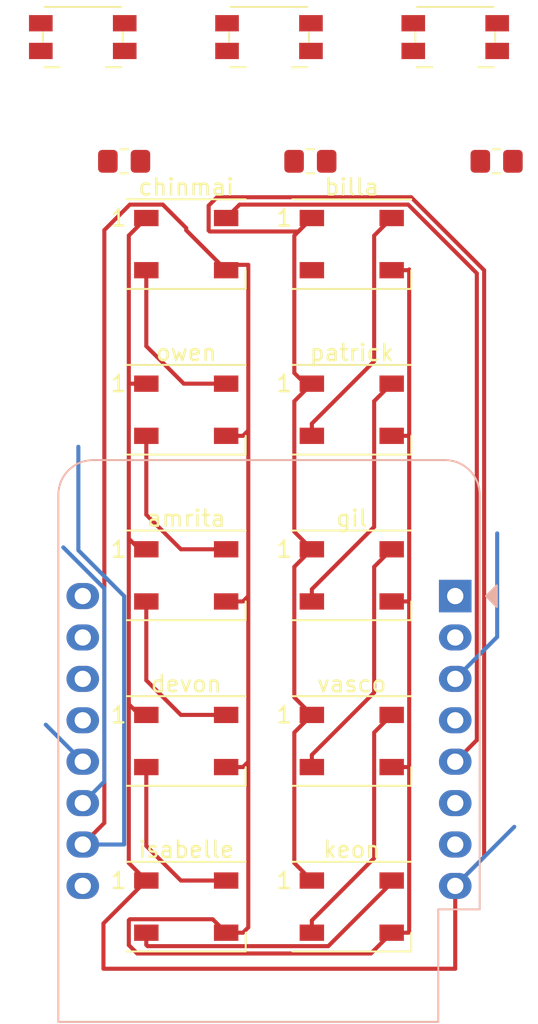
<source format=kicad_pcb>
(kicad_pcb (version 20171130) (host pcbnew "(5.1.7)-1")

  (general
    (thickness 1.6)
    (drawings 0)
    (tracks 133)
    (zones 0)
    (modules 17)
    (nets 27)
  )

  (page A4)
  (layers
    (0 F.Cu signal)
    (31 B.Cu signal)
    (32 B.Adhes user hide)
    (33 F.Adhes user hide)
    (34 B.Paste user hide)
    (35 F.Paste user hide)
    (36 B.SilkS user hide)
    (37 F.SilkS user hide)
    (38 B.Mask user hide)
    (39 F.Mask user hide)
    (40 Dwgs.User user hide)
    (41 Cmts.User user hide)
    (42 Eco1.User user hide)
    (43 Eco2.User user hide)
    (44 Edge.Cuts user)
    (45 Margin user hide)
    (46 B.CrtYd user hide)
    (47 F.CrtYd user hide)
    (48 B.Fab user)
    (49 F.Fab user hide)
  )

  (setup
    (last_trace_width 0.25)
    (trace_clearance 0.2)
    (zone_clearance 0.508)
    (zone_45_only no)
    (trace_min 0.2)
    (via_size 0.8)
    (via_drill 0.4)
    (via_min_size 0.4)
    (via_min_drill 0.3)
    (uvia_size 0.3)
    (uvia_drill 0.1)
    (uvias_allowed no)
    (uvia_min_size 0.2)
    (uvia_min_drill 0.1)
    (edge_width 0.05)
    (segment_width 0.2)
    (pcb_text_width 0.3)
    (pcb_text_size 1.5 1.5)
    (mod_edge_width 0.12)
    (mod_text_size 1 1)
    (mod_text_width 0.15)
    (pad_size 1.524 1.524)
    (pad_drill 0.762)
    (pad_to_mask_clearance 0)
    (aux_axis_origin 0 0)
    (visible_elements FFFFFF7F)
    (pcbplotparams
      (layerselection 0x010fc_ffffffff)
      (usegerberextensions false)
      (usegerberattributes true)
      (usegerberadvancedattributes true)
      (creategerberjobfile true)
      (excludeedgelayer true)
      (linewidth 0.100000)
      (plotframeref false)
      (viasonmask false)
      (mode 1)
      (useauxorigin false)
      (hpglpennumber 1)
      (hpglpenspeed 20)
      (hpglpendiameter 15.000000)
      (psnegative false)
      (psa4output false)
      (plotreference true)
      (plotvalue true)
      (plotinvisibletext false)
      (padsonsilk false)
      (subtractmaskfromsilk true)
      (outputformat 1)
      (mirror false)
      (drillshape 0)
      (scaleselection 1)
      (outputdirectory ""))
  )

  (net 0 "")
  (net 1 +3V3)
  (net 2 led_sig_in)
  (net 3 GND)
  (net 4 "Net-(LED_Isabelle1-Pad2)")
  (net 5 "Net-(R1-Pad1)")
  (net 6 "Net-(R2-Pad1)")
  (net 7 "Net-(R3-Pad1)")
  (net 8 "Net-(U1-Pad16)")
  (net 9 "Net-(U1-Pad15)")
  (net 10 "Net-(U1-Pad14)")
  (net 11 "Net-(U1-Pad13)")
  (net 12 "Net-(U1-Pad9)")
  (net 13 "Net-(U1-Pad7)")
  (net 14 "Net-(U1-Pad6)")
  (net 15 "Net-(U1-Pad4)")
  (net 16 "Net-(U1-Pad1)")
  (net 17 "Net-(U1-Pad2)")
  (net 18 "Net-(amrita_led1-Pad2)")
  (net 19 "Net-(amrita_led1-Pad4)")
  (net 20 "Net-(billa_led1-Pad2)")
  (net 21 "Net-(billa_led1-Pad4)")
  (net 22 "Net-(chinmai_led1-Pad2)")
  (net 23 "Net-(LED_Isabelle1-Pad4)")
  (net 24 "Net-(gil_led1-Pad2)")
  (net 25 "Net-(gil_led1-Pad4)")
  (net 26 "Net-(keon_led1-Pad2)")

  (net_class Default "This is the default net class."
    (clearance 0.2)
    (trace_width 0.25)
    (via_dia 0.8)
    (via_drill 0.4)
    (uvia_dia 0.3)
    (uvia_drill 0.1)
    (add_net +3V3)
    (add_net GND)
    (add_net "Net-(LED_Isabelle1-Pad2)")
    (add_net "Net-(LED_Isabelle1-Pad4)")
    (add_net "Net-(R1-Pad1)")
    (add_net "Net-(R2-Pad1)")
    (add_net "Net-(R3-Pad1)")
    (add_net "Net-(U1-Pad1)")
    (add_net "Net-(U1-Pad13)")
    (add_net "Net-(U1-Pad14)")
    (add_net "Net-(U1-Pad15)")
    (add_net "Net-(U1-Pad16)")
    (add_net "Net-(U1-Pad2)")
    (add_net "Net-(U1-Pad4)")
    (add_net "Net-(U1-Pad6)")
    (add_net "Net-(U1-Pad7)")
    (add_net "Net-(U1-Pad9)")
    (add_net "Net-(amrita_led1-Pad2)")
    (add_net "Net-(amrita_led1-Pad4)")
    (add_net "Net-(billa_led1-Pad2)")
    (add_net "Net-(billa_led1-Pad4)")
    (add_net "Net-(chinmai_led1-Pad2)")
    (add_net "Net-(gil_led1-Pad2)")
    (add_net "Net-(gil_led1-Pad4)")
    (add_net "Net-(keon_led1-Pad2)")
    (add_net led_sig_in)
  )

  (module Resistor_SMD:R_0805_2012Metric_Pad1.20x1.40mm_HandSolder (layer F.Cu) (tedit 5F68FEEE) (tstamp 5FB1958D)
    (at 62.23 90.17)
    (descr "Resistor SMD 0805 (2012 Metric), square (rectangular) end terminal, IPC_7351 nominal with elongated pad for handsoldering. (Body size source: IPC-SM-782 page 72, https://www.pcb-3d.com/wordpress/wp-content/uploads/ipc-sm-782a_amendment_1_and_2.pdf), generated with kicad-footprint-generator")
    (tags "resistor handsolder")
    (path /5FA71F3C)
    (attr smd)
    (fp_text reference r_main (at 0 -3.18 -180) (layer F.SilkS) hide
      (effects (font (size 1 1) (thickness 0.15)))
    )
    (fp_text value R_Small (at 0 3.18 -180) (layer F.Fab)
      (effects (font (size 1 1) (thickness 0.15)))
    )
    (fp_line (start -1 0.625) (end -1 -0.625) (layer F.Fab) (width 0.1))
    (fp_line (start -1 -0.625) (end 1 -0.625) (layer F.Fab) (width 0.1))
    (fp_line (start 1 -0.625) (end 1 0.625) (layer F.Fab) (width 0.1))
    (fp_line (start 1 0.625) (end -1 0.625) (layer F.Fab) (width 0.1))
    (fp_line (start -0.227064 -0.735) (end 0.227064 -0.735) (layer F.SilkS) (width 0.12))
    (fp_line (start -0.227064 0.735) (end 0.227064 0.735) (layer F.SilkS) (width 0.12))
    (fp_line (start -1.85 0.95) (end -1.85 -0.95) (layer F.CrtYd) (width 0.05))
    (fp_line (start -1.85 -0.95) (end 1.85 -0.95) (layer F.CrtYd) (width 0.05))
    (fp_line (start 1.85 -0.95) (end 1.85 0.95) (layer F.CrtYd) (width 0.05))
    (fp_line (start 1.85 0.95) (end -1.85 0.95) (layer F.CrtYd) (width 0.05))
    (fp_text user %R (at 3.81 -2.54 -180) (layer F.Fab)
      (effects (font (size 1 1) (thickness 0.15)))
    )
    (pad 1 smd roundrect (at -1 0) (size 1.2 1.4) (layers F.Cu F.Paste F.Mask) (roundrect_rratio 0.2083325))
    (pad 2 smd roundrect (at 1 0) (size 1.2 1.4) (layers F.Cu F.Paste F.Mask) (roundrect_rratio 0.2083325))
    (model ${KISYS3DMOD}/Resistor_SMD.3dshapes/R_0805_2012Metric.wrl
      (at (xyz 0 0 0))
      (scale (xyz 1 1 1))
      (rotate (xyz 0 0 0))
    )
  )

  (module Resistor_SMD:R_0805_2012Metric_Pad1.20x1.40mm_HandSolder (layer F.Cu) (tedit 5F68FEEE) (tstamp 5FB1957D)
    (at 73.66 90.17)
    (descr "Resistor SMD 0805 (2012 Metric), square (rectangular) end terminal, IPC_7351 nominal with elongated pad for handsoldering. (Body size source: IPC-SM-782 page 72, https://www.pcb-3d.com/wordpress/wp-content/uploads/ipc-sm-782a_amendment_1_and_2.pdf), generated with kicad-footprint-generator")
    (tags "resistor handsolder")
    (path /5FA70AF2)
    (attr smd)
    (fp_text reference r_color (at 0 -3.18 -180) (layer F.SilkS) hide
      (effects (font (size 1 1) (thickness 0.15)))
    )
    (fp_text value R_Small (at 0 3.18 -180) (layer F.Fab)
      (effects (font (size 1 1) (thickness 0.15)))
    )
    (fp_line (start -1 0.625) (end -1 -0.625) (layer F.Fab) (width 0.1))
    (fp_line (start -1 -0.625) (end 1 -0.625) (layer F.Fab) (width 0.1))
    (fp_line (start 1 -0.625) (end 1 0.625) (layer F.Fab) (width 0.1))
    (fp_line (start 1 0.625) (end -1 0.625) (layer F.Fab) (width 0.1))
    (fp_line (start -0.227064 -0.735) (end 0.227064 -0.735) (layer F.SilkS) (width 0.12))
    (fp_line (start -0.227064 0.735) (end 0.227064 0.735) (layer F.SilkS) (width 0.12))
    (fp_line (start -1.85 0.95) (end -1.85 -0.95) (layer F.CrtYd) (width 0.05))
    (fp_line (start -1.85 -0.95) (end 1.85 -0.95) (layer F.CrtYd) (width 0.05))
    (fp_line (start 1.85 -0.95) (end 1.85 0.95) (layer F.CrtYd) (width 0.05))
    (fp_line (start 1.85 0.95) (end -1.85 0.95) (layer F.CrtYd) (width 0.05))
    (fp_text user %R (at 0 0 -90) (layer F.Fab)
      (effects (font (size 1 1) (thickness 0.15)))
    )
    (pad 1 smd roundrect (at -1 0) (size 1.2 1.4) (layers F.Cu F.Paste F.Mask) (roundrect_rratio 0.2083325))
    (pad 2 smd roundrect (at 1 0) (size 1.2 1.4) (layers F.Cu F.Paste F.Mask) (roundrect_rratio 0.2083325))
    (model ${KISYS3DMOD}/Resistor_SMD.3dshapes/R_0805_2012Metric.wrl
      (at (xyz 0 0 0))
      (scale (xyz 1 1 1))
      (rotate (xyz 0 0 0))
    )
  )

  (module Resistor_SMD:R_0805_2012Metric_Pad1.20x1.40mm_HandSolder (layer F.Cu) (tedit 5F68FEEE) (tstamp 5FB1956D)
    (at 50.8 90.17)
    (descr "Resistor SMD 0805 (2012 Metric), square (rectangular) end terminal, IPC_7351 nominal with elongated pad for handsoldering. (Body size source: IPC-SM-782 page 72, https://www.pcb-3d.com/wordpress/wp-content/uploads/ipc-sm-782a_amendment_1_and_2.pdf), generated with kicad-footprint-generator")
    (tags "resistor handsolder")
    (path /5FA717F6)
    (attr smd)
    (fp_text reference r_brightness (at 0 -3.18 -180) (layer F.SilkS) hide
      (effects (font (size 1 1) (thickness 0.15)))
    )
    (fp_text value R_Small (at 0 3.18 -180) (layer F.Fab)
      (effects (font (size 1 1) (thickness 0.15)))
    )
    (fp_line (start -1 0.625) (end -1 -0.625) (layer F.Fab) (width 0.1))
    (fp_line (start -1 -0.625) (end 1 -0.625) (layer F.Fab) (width 0.1))
    (fp_line (start 1 -0.625) (end 1 0.625) (layer F.Fab) (width 0.1))
    (fp_line (start 1 0.625) (end -1 0.625) (layer F.Fab) (width 0.1))
    (fp_line (start -0.227064 -0.735) (end 0.227064 -0.735) (layer F.SilkS) (width 0.12))
    (fp_line (start -0.227064 0.735) (end 0.227064 0.735) (layer F.SilkS) (width 0.12))
    (fp_line (start -1.85 0.95) (end -1.85 -0.95) (layer F.CrtYd) (width 0.05))
    (fp_line (start -1.85 -0.95) (end 1.85 -0.95) (layer F.CrtYd) (width 0.05))
    (fp_line (start 1.85 -0.95) (end 1.85 0.95) (layer F.CrtYd) (width 0.05))
    (fp_line (start 1.85 0.95) (end -1.85 0.95) (layer F.CrtYd) (width 0.05))
    (fp_text user %R (at 0 0) (layer F.Fab)
      (effects (font (size 1 1) (thickness 0.15)))
    )
    (pad 1 smd roundrect (at -1 0) (size 1.2 1.4) (layers F.Cu F.Paste F.Mask) (roundrect_rratio 0.2083325))
    (pad 2 smd roundrect (at 1 0) (size 1.2 1.4) (layers F.Cu F.Paste F.Mask) (roundrect_rratio 0.2083325))
    (model ${KISYS3DMOD}/Resistor_SMD.3dshapes/R_0805_2012Metric.wrl
      (at (xyz 0 0 0))
      (scale (xyz 1 1 1))
      (rotate (xyz 0 0 0))
    )
  )

  (module Button_Switch_SMD:Panasonic_EVQPUK_EVQPUB (layer F.Cu) (tedit 5A02FC95) (tstamp 5FA1834A)
    (at 48.26 82.55 180)
    (descr http://industrial.panasonic.com/cdbs/www-data/pdf/ATV0000/ATV0000CE5.pdf)
    (tags "SMD SMT SPST EVQPUK EVQPUB")
    (path /5FA683F3)
    (attr smd)
    (fp_text reference brightness (at 0 6.35) (layer F.SilkS)
      (effects (font (size 1 1) (thickness 0.15)))
    )
    (fp_text value SW_SPST (at 0 3.5) (layer F.Fab)
      (effects (font (size 1 1) (thickness 0.15)))
    )
    (fp_text user %R (at 0 0) (layer F.Fab)
      (effects (font (size 1 1) (thickness 0.15)))
    )
    (fp_line (start 3.8 2.25) (end 3.8 -3.25) (layer F.CrtYd) (width 0.05))
    (fp_line (start 2.35 -1.85) (end 1.425 -1.85) (layer F.SilkS) (width 0.12))
    (fp_line (start 2.35 1.85) (end -2.35 1.85) (layer F.SilkS) (width 0.12))
    (fp_line (start -2.45 0.275) (end -2.45 -0.275) (layer F.SilkS) (width 0.12))
    (fp_line (start -1.3 -2.75) (end -1.3 -1.75) (layer F.Fab) (width 0.1))
    (fp_line (start 1.3 -2.75) (end 1.3 -1.75) (layer F.Fab) (width 0.1))
    (fp_line (start 1.3 -2.75) (end -1.3 -2.75) (layer F.Fab) (width 0.1))
    (fp_line (start 2.35 1.75) (end 2.35 -1.75) (layer F.Fab) (width 0.1))
    (fp_line (start -2.35 1.75) (end -2.35 -1.75) (layer F.Fab) (width 0.1))
    (fp_line (start 2.35 -1.75) (end -2.35 -1.75) (layer F.Fab) (width 0.1))
    (fp_line (start 2.35 1.75) (end -2.35 1.75) (layer F.Fab) (width 0.1))
    (fp_line (start 2.45 0.275) (end 2.45 -0.275) (layer F.SilkS) (width 0.12))
    (fp_line (start -1.425 -1.85) (end -2.35 -1.85) (layer F.SilkS) (width 0.12))
    (fp_line (start -3.8 2.25) (end -3.8 -3.25) (layer F.CrtYd) (width 0.05))
    (fp_line (start 3.8 2.25) (end -3.8 2.25) (layer F.CrtYd) (width 0.05))
    (fp_line (start 3.8 -3.25) (end -3.8 -3.25) (layer F.CrtYd) (width 0.05))
    (pad 1 smd rect (at 2.575 -0.85) (size 1.45 1) (layers F.Cu F.Paste F.Mask)
      (net 1 +3V3))
    (pad 1 smd rect (at -2.575 -0.85) (size 1.45 1) (layers F.Cu F.Paste F.Mask)
      (net 1 +3V3))
    (pad 2 smd rect (at -2.575 0.85) (size 1.45 1) (layers F.Cu F.Paste F.Mask)
      (net 6 "Net-(R2-Pad1)"))
    (pad 2 smd rect (at 2.575 0.85) (size 1.45 1) (layers F.Cu F.Paste F.Mask)
      (net 6 "Net-(R2-Pad1)"))
    (model ${KISYS3DMOD}/Button_Switch_SMD.3dshapes/Panasonic_EVQPUK_EVQPUB.wrl
      (at (xyz 0 0 0))
      (scale (xyz 1 1 1))
      (rotate (xyz 0 0 0))
    )
  )

  (module Button_Switch_SMD:Panasonic_EVQPUK_EVQPUB (layer F.Cu) (tedit 5A02FC95) (tstamp 5FA1836A)
    (at 59.69 82.55 180)
    (descr http://industrial.panasonic.com/cdbs/www-data/pdf/ATV0000/ATV0000CE5.pdf)
    (tags "SMD SMT SPST EVQPUK EVQPUB")
    (path /5FA68E81)
    (attr smd)
    (fp_text reference :P (at 0 6.35 90) (layer F.SilkS)
      (effects (font (size 1 1) (thickness 0.15)))
    )
    (fp_text value SW_SPST (at 0 3.5) (layer F.Fab)
      (effects (font (size 1 1) (thickness 0.15)))
    )
    (fp_text user %R (at 0 0) (layer F.Fab)
      (effects (font (size 1 1) (thickness 0.15)))
    )
    (fp_line (start 3.8 2.25) (end 3.8 -3.25) (layer F.CrtYd) (width 0.05))
    (fp_line (start 2.35 -1.85) (end 1.425 -1.85) (layer F.SilkS) (width 0.12))
    (fp_line (start 2.35 1.85) (end -2.35 1.85) (layer F.SilkS) (width 0.12))
    (fp_line (start -2.45 0.275) (end -2.45 -0.275) (layer F.SilkS) (width 0.12))
    (fp_line (start -1.3 -2.75) (end -1.3 -1.75) (layer F.Fab) (width 0.1))
    (fp_line (start 1.3 -2.75) (end 1.3 -1.75) (layer F.Fab) (width 0.1))
    (fp_line (start 1.3 -2.75) (end -1.3 -2.75) (layer F.Fab) (width 0.1))
    (fp_line (start 2.35 1.75) (end 2.35 -1.75) (layer F.Fab) (width 0.1))
    (fp_line (start -2.35 1.75) (end -2.35 -1.75) (layer F.Fab) (width 0.1))
    (fp_line (start 2.35 -1.75) (end -2.35 -1.75) (layer F.Fab) (width 0.1))
    (fp_line (start 2.35 1.75) (end -2.35 1.75) (layer F.Fab) (width 0.1))
    (fp_line (start 2.45 0.275) (end 2.45 -0.275) (layer F.SilkS) (width 0.12))
    (fp_line (start -1.425 -1.85) (end -2.35 -1.85) (layer F.SilkS) (width 0.12))
    (fp_line (start -3.8 2.25) (end -3.8 -3.25) (layer F.CrtYd) (width 0.05))
    (fp_line (start 3.8 2.25) (end -3.8 2.25) (layer F.CrtYd) (width 0.05))
    (fp_line (start 3.8 -3.25) (end -3.8 -3.25) (layer F.CrtYd) (width 0.05))
    (pad 1 smd rect (at 2.575 -0.85) (size 1.45 1) (layers F.Cu F.Paste F.Mask)
      (net 1 +3V3))
    (pad 1 smd rect (at -2.575 -0.85) (size 1.45 1) (layers F.Cu F.Paste F.Mask)
      (net 1 +3V3))
    (pad 2 smd rect (at -2.575 0.85) (size 1.45 1) (layers F.Cu F.Paste F.Mask)
      (net 7 "Net-(R3-Pad1)"))
    (pad 2 smd rect (at 2.575 0.85) (size 1.45 1) (layers F.Cu F.Paste F.Mask)
      (net 7 "Net-(R3-Pad1)"))
    (model ${KISYS3DMOD}/Button_Switch_SMD.3dshapes/Panasonic_EVQPUK_EVQPUB.wrl
      (at (xyz 0 0 0))
      (scale (xyz 1 1 1))
      (rotate (xyz 0 0 0))
    )
  )

  (module Button_Switch_SMD:Panasonic_EVQPUK_EVQPUB (layer F.Cu) (tedit 5A02FC95) (tstamp 5FA1832A)
    (at 71.12 82.55 180)
    (descr http://industrial.panasonic.com/cdbs/www-data/pdf/ATV0000/ATV0000CE5.pdf)
    (tags "SMD SMT SPST EVQPUK EVQPUB")
    (path /5FA666E3)
    (attr smd)
    (fp_text reference color (at 0 6.35) (layer F.SilkS)
      (effects (font (size 1 1) (thickness 0.15)))
    )
    (fp_text value SW_SPST (at 0 3.5) (layer F.Fab)
      (effects (font (size 1 1) (thickness 0.15)))
    )
    (fp_text user %R (at 0 0) (layer F.Fab)
      (effects (font (size 1 1) (thickness 0.15)))
    )
    (fp_line (start 3.8 2.25) (end 3.8 -3.25) (layer F.CrtYd) (width 0.05))
    (fp_line (start 2.35 -1.85) (end 1.425 -1.85) (layer F.SilkS) (width 0.12))
    (fp_line (start 2.35 1.85) (end -2.35 1.85) (layer F.SilkS) (width 0.12))
    (fp_line (start -2.45 0.275) (end -2.45 -0.275) (layer F.SilkS) (width 0.12))
    (fp_line (start -1.3 -2.75) (end -1.3 -1.75) (layer F.Fab) (width 0.1))
    (fp_line (start 1.3 -2.75) (end 1.3 -1.75) (layer F.Fab) (width 0.1))
    (fp_line (start 1.3 -2.75) (end -1.3 -2.75) (layer F.Fab) (width 0.1))
    (fp_line (start 2.35 1.75) (end 2.35 -1.75) (layer F.Fab) (width 0.1))
    (fp_line (start -2.35 1.75) (end -2.35 -1.75) (layer F.Fab) (width 0.1))
    (fp_line (start 2.35 -1.75) (end -2.35 -1.75) (layer F.Fab) (width 0.1))
    (fp_line (start 2.35 1.75) (end -2.35 1.75) (layer F.Fab) (width 0.1))
    (fp_line (start 2.45 0.275) (end 2.45 -0.275) (layer F.SilkS) (width 0.12))
    (fp_line (start -1.425 -1.85) (end -2.35 -1.85) (layer F.SilkS) (width 0.12))
    (fp_line (start -3.8 2.25) (end -3.8 -3.25) (layer F.CrtYd) (width 0.05))
    (fp_line (start 3.8 2.25) (end -3.8 2.25) (layer F.CrtYd) (width 0.05))
    (fp_line (start 3.8 -3.25) (end -3.8 -3.25) (layer F.CrtYd) (width 0.05))
    (pad 1 smd rect (at 2.575 -0.85) (size 1.45 1) (layers F.Cu F.Paste F.Mask)
      (net 1 +3V3))
    (pad 1 smd rect (at -2.575 -0.85) (size 1.45 1) (layers F.Cu F.Paste F.Mask)
      (net 1 +3V3))
    (pad 2 smd rect (at -2.575 0.85) (size 1.45 1) (layers F.Cu F.Paste F.Mask)
      (net 5 "Net-(R1-Pad1)"))
    (pad 2 smd rect (at 2.575 0.85) (size 1.45 1) (layers F.Cu F.Paste F.Mask)
      (net 5 "Net-(R1-Pad1)"))
    (model ${KISYS3DMOD}/Button_Switch_SMD.3dshapes/Panasonic_EVQPUK_EVQPUB.wrl
      (at (xyz 0 0 0))
      (scale (xyz 1 1 1))
      (rotate (xyz 0 0 0))
    )
  )

  (module LED_SMD:LED_WS2812B_PLCC4_5.0x5.0mm_P3.2mm (layer F.Cu) (tedit 5AA4B285) (tstamp 5FA18208)
    (at 54.61 125.73)
    (descr https://cdn-shop.adafruit.com/datasheets/WS2812B.pdf)
    (tags "LED RGB NeoPixel")
    (path /5FA565F0)
    (attr smd)
    (fp_text reference devon (at 0 -3.5) (layer F.SilkS)
      (effects (font (size 1 1) (thickness 0.15)))
    )
    (fp_text value WS2812B (at 0 3.81) (layer F.Fab)
      (effects (font (size 1 1) (thickness 0.15)))
    )
    (fp_text user %R (at 0 0) (layer F.Fab)
      (effects (font (size 0.8 0.8) (thickness 0.15)))
    )
    (fp_text user 1 (at -4.15 -1.6) (layer F.SilkS)
      (effects (font (size 1 1) (thickness 0.15)))
    )
    (fp_line (start 3.45 -2.75) (end -3.45 -2.75) (layer F.CrtYd) (width 0.05))
    (fp_line (start 3.45 2.75) (end 3.45 -2.75) (layer F.CrtYd) (width 0.05))
    (fp_line (start -3.45 2.75) (end 3.45 2.75) (layer F.CrtYd) (width 0.05))
    (fp_line (start -3.45 -2.75) (end -3.45 2.75) (layer F.CrtYd) (width 0.05))
    (fp_line (start 2.5 1.5) (end 1.5 2.5) (layer F.Fab) (width 0.1))
    (fp_line (start -2.5 -2.5) (end -2.5 2.5) (layer F.Fab) (width 0.1))
    (fp_line (start -2.5 2.5) (end 2.5 2.5) (layer F.Fab) (width 0.1))
    (fp_line (start 2.5 2.5) (end 2.5 -2.5) (layer F.Fab) (width 0.1))
    (fp_line (start 2.5 -2.5) (end -2.5 -2.5) (layer F.Fab) (width 0.1))
    (fp_line (start -3.65 -2.75) (end 3.65 -2.75) (layer F.SilkS) (width 0.12))
    (fp_line (start -3.65 2.75) (end 3.65 2.75) (layer F.SilkS) (width 0.12))
    (fp_line (start 3.65 2.75) (end 3.65 1.6) (layer F.SilkS) (width 0.12))
    (fp_circle (center 0 0) (end 0 -2) (layer F.Fab) (width 0.1))
    (pad 1 smd rect (at -2.45 -1.6) (size 1.5 1) (layers F.Cu F.Paste F.Mask)
      (net 1 +3V3))
    (pad 2 smd rect (at -2.45 1.6) (size 1.5 1) (layers F.Cu F.Paste F.Mask)
      (net 23 "Net-(LED_Isabelle1-Pad4)"))
    (pad 4 smd rect (at 2.45 -1.6) (size 1.5 1) (layers F.Cu F.Paste F.Mask)
      (net 18 "Net-(amrita_led1-Pad2)"))
    (pad 3 smd rect (at 2.45 1.6) (size 1.5 1) (layers F.Cu F.Paste F.Mask)
      (net 3 GND))
    (model ${KISYS3DMOD}/LED_SMD.3dshapes/LED_WS2812B_PLCC4_5.0x5.0mm_P3.2mm.wrl
      (at (xyz 0 0 0))
      (scale (xyz 1 1 1))
      (rotate (xyz 0 0 0))
    )
  )

  (module Module:WEMOS_D1_mini_light (layer B.Cu) (tedit 5BBFB1CE) (tstamp 5FA183AD)
    (at 71.12 116.84 180)
    (descr "16-pin module, column spacing 22.86 mm (900 mils), https://wiki.wemos.cc/products:d1:d1_mini, https://c1.staticflickr.com/1/734/31400410271_f278b087db_z.jpg")
    (tags "ESP8266 WiFi microcontroller")
    (path /5FA62DB6)
    (fp_text reference U1 (at 22 -27) (layer B.SilkS) hide
      (effects (font (size 1 1) (thickness 0.15)) (justify mirror))
    )
    (fp_text value WeMos_D1_mini (at 11.7 0) (layer B.Fab)
      (effects (font (size 1 1) (thickness 0.15)) (justify mirror))
    )
    (fp_text user "No copper" (at 11.43 3.81) (layer Cmts.User)
      (effects (font (size 1 1) (thickness 0.15)))
    )
    (fp_text user "KEEP OUT" (at 11.43 6.35) (layer Cmts.User)
      (effects (font (size 1 1) (thickness 0.15)))
    )
    (fp_arc (start 22.23 6.21) (end 24.36 6.21) (angle 90) (layer B.SilkS) (width 0.12))
    (fp_arc (start 0.63 6.21) (end 0.63 8.34) (angle 90) (layer B.SilkS) (width 0.12))
    (fp_arc (start 22.23 6.21) (end 24.23 6.19) (angle 90) (layer B.Fab) (width 0.1))
    (fp_arc (start 0.63 6.21) (end 0.63 8.21) (angle 90) (layer B.Fab) (width 0.1))
    (fp_text user %R (at 11.43 -10) (layer B.Fab)
      (effects (font (size 1 1) (thickness 0.15)) (justify mirror))
    )
    (fp_line (start 1.04 -26.12) (end 24.36 -26.12) (layer B.SilkS) (width 0.12))
    (fp_line (start -1.5 -19.22) (end -1.5 6.21) (layer B.SilkS) (width 0.12))
    (fp_line (start 24.36 -26.12) (end 24.36 6.21) (layer B.SilkS) (width 0.12))
    (fp_line (start 22.24 8.34) (end 0.63 8.34) (layer B.SilkS) (width 0.12))
    (fp_line (start 1.17 -25.99) (end 24.23 -25.99) (layer B.Fab) (width 0.1))
    (fp_line (start 24.23 -25.99) (end 24.23 6.21) (layer B.Fab) (width 0.1))
    (fp_line (start 22.23 8.21) (end 0.63 8.21) (layer B.Fab) (width 0.1))
    (fp_line (start -1.37 -1) (end -1.37 -19.09) (layer B.Fab) (width 0.1))
    (fp_line (start -1.62 8.46) (end 24.48 8.46) (layer B.CrtYd) (width 0.05))
    (fp_line (start 24.48 8.41) (end 24.48 -26.24) (layer B.CrtYd) (width 0.05))
    (fp_line (start 24.48 -26.24) (end -1.62 -26.24) (layer B.CrtYd) (width 0.05))
    (fp_line (start -1.62 -26.24) (end -1.62 8.46) (layer B.CrtYd) (width 0.05))
    (fp_poly (pts (xy -2.54 0.635) (xy -2.54 -0.635) (xy -1.905 0)) (layer B.SilkS) (width 0.15))
    (fp_line (start -1.35 1.4) (end 24.25 1.4) (layer Dwgs.User) (width 0.1))
    (fp_line (start 24.25 1.4) (end 24.25 8.2) (layer Dwgs.User) (width 0.1))
    (fp_line (start 24.25 8.2) (end -1.35 8.2) (layer Dwgs.User) (width 0.1))
    (fp_line (start -1.35 8.2) (end -1.35 1.4) (layer Dwgs.User) (width 0.1))
    (fp_line (start -1.35 1.4) (end 5.45 8.2) (layer Dwgs.User) (width 0.1))
    (fp_line (start 0.65 1.4) (end 7.45 8.2) (layer Dwgs.User) (width 0.1))
    (fp_line (start 2.65 1.4) (end 9.45 8.2) (layer Dwgs.User) (width 0.1))
    (fp_line (start 4.65 1.4) (end 11.45 8.2) (layer Dwgs.User) (width 0.1))
    (fp_line (start 6.65 1.4) (end 13.45 8.2) (layer Dwgs.User) (width 0.1))
    (fp_line (start 8.65 1.4) (end 15.45 8.2) (layer Dwgs.User) (width 0.1))
    (fp_line (start 10.65 1.4) (end 17.45 8.2) (layer Dwgs.User) (width 0.1))
    (fp_line (start 12.65 1.4) (end 19.45 8.2) (layer Dwgs.User) (width 0.1))
    (fp_line (start 14.65 1.4) (end 21.45 8.2) (layer Dwgs.User) (width 0.1))
    (fp_line (start 16.65 1.4) (end 23.45 8.2) (layer Dwgs.User) (width 0.1))
    (fp_line (start 18.65 1.4) (end 24.25 7) (layer Dwgs.User) (width 0.1))
    (fp_line (start 20.65 1.4) (end 24.25 5) (layer Dwgs.User) (width 0.1))
    (fp_line (start 22.65 1.4) (end 24.25 3) (layer Dwgs.User) (width 0.1))
    (fp_line (start -1.35 3.4) (end 3.45 8.2) (layer Dwgs.User) (width 0.1))
    (fp_line (start -1.3 5.45) (end 1.45 8.2) (layer Dwgs.User) (width 0.1))
    (fp_line (start -1.35 7.4) (end -0.55 8.2) (layer Dwgs.User) (width 0.1))
    (fp_line (start -1.37 -19.09) (end 1.17 -19.09) (layer B.Fab) (width 0.1))
    (fp_line (start 1.17 -19.09) (end 1.17 -25.99) (layer B.Fab) (width 0.1))
    (fp_line (start -1.37 6.21) (end -1.37 1) (layer B.Fab) (width 0.1))
    (fp_line (start -1.37 -1) (end -0.37 0) (layer B.Fab) (width 0.1))
    (fp_line (start -0.37 0) (end -1.37 1) (layer B.Fab) (width 0.1))
    (fp_line (start -1.5 -19.22) (end 1.04 -19.22) (layer B.SilkS) (width 0.12))
    (fp_line (start 1.04 -19.22) (end 1.04 -26.12) (layer B.SilkS) (width 0.12))
    (pad 16 thru_hole oval (at 22.86 0 180) (size 2 1.6) (drill 1) (layers *.Cu *.Mask)
      (net 8 "Net-(U1-Pad16)"))
    (pad 15 thru_hole oval (at 22.86 -2.54 180) (size 2 1.6) (drill 1) (layers *.Cu *.Mask)
      (net 9 "Net-(U1-Pad15)"))
    (pad 14 thru_hole oval (at 22.86 -5.08 180) (size 2 1.6) (drill 1) (layers *.Cu *.Mask)
      (net 10 "Net-(U1-Pad14)"))
    (pad 13 thru_hole oval (at 22.86 -7.62 180) (size 2 1.6) (drill 1) (layers *.Cu *.Mask)
      (net 11 "Net-(U1-Pad13)"))
    (pad 12 thru_hole oval (at 22.86 -10.16 180) (size 2 1.6) (drill 1) (layers *.Cu *.Mask)
      (net 6 "Net-(R2-Pad1)"))
    (pad 11 thru_hole oval (at 22.86 -12.7 180) (size 2 1.6) (drill 1) (layers *.Cu *.Mask)
      (net 7 "Net-(R3-Pad1)"))
    (pad 10 thru_hole oval (at 22.86 -15.24 180) (size 2 1.6) (drill 1) (layers *.Cu *.Mask)
      (net 3 GND))
    (pad 9 thru_hole oval (at 22.86 -17.78 180) (size 2 1.6) (drill 1) (layers *.Cu *.Mask)
      (net 12 "Net-(U1-Pad9)"))
    (pad 8 thru_hole oval (at 0 -17.78 180) (size 2 1.6) (drill 1) (layers *.Cu *.Mask)
      (net 1 +3V3))
    (pad 7 thru_hole oval (at 0 -15.24 180) (size 2 1.6) (drill 1) (layers *.Cu *.Mask)
      (net 13 "Net-(U1-Pad7)"))
    (pad 6 thru_hole oval (at 0 -12.7 180) (size 2 1.6) (drill 1) (layers *.Cu *.Mask)
      (net 14 "Net-(U1-Pad6)"))
    (pad 5 thru_hole oval (at 0 -10.16 180) (size 2 1.6) (drill 1) (layers *.Cu *.Mask)
      (net 2 led_sig_in))
    (pad 4 thru_hole oval (at 0 -7.62 180) (size 2 1.6) (drill 1) (layers *.Cu *.Mask)
      (net 15 "Net-(U1-Pad4)"))
    (pad 3 thru_hole oval (at 0 -5.08 180) (size 2 1.6) (drill 1) (layers *.Cu *.Mask)
      (net 5 "Net-(R1-Pad1)"))
    (pad 1 thru_hole rect (at 0 0 180) (size 2 2) (drill 1) (layers *.Cu *.Mask)
      (net 16 "Net-(U1-Pad1)"))
    (pad 2 thru_hole oval (at 0 -2.54 180) (size 2 1.6) (drill 1) (layers *.Cu *.Mask)
      (net 17 "Net-(U1-Pad2)"))
    (model ${KISYS3DMOD}/Module.3dshapes/WEMOS_D1_mini_light.wrl
      (at (xyz 0 0 0))
      (scale (xyz 1 1 1))
      (rotate (xyz 0 0 0))
    )
    (model ${KISYS3DMOD}/Connector_PinHeader_2.54mm.3dshapes/PinHeader_1x08_P2.54mm_Vertical.wrl
      (offset (xyz 0 0 9.5))
      (scale (xyz 1 1 1))
      (rotate (xyz 0 -180 0))
    )
    (model ${KISYS3DMOD}/Connector_PinHeader_2.54mm.3dshapes/PinHeader_1x08_P2.54mm_Vertical.wrl
      (offset (xyz 22.86 0 9.5))
      (scale (xyz 1 1 1))
      (rotate (xyz 0 -180 0))
    )
    (model ${KISYS3DMOD}/Connector_PinSocket_2.54mm.3dshapes/PinSocket_1x08_P2.54mm_Vertical.wrl
      (at (xyz 0 0 0))
      (scale (xyz 1 1 1))
      (rotate (xyz 0 0 0))
    )
    (model ${KISYS3DMOD}/Connector_PinSocket_2.54mm.3dshapes/PinSocket_1x08_P2.54mm_Vertical.wrl
      (offset (xyz 22.86 0 0))
      (scale (xyz 1 1 1))
      (rotate (xyz 0 0 0))
    )
  )

  (module LED_SMD:LED_WS2812B_PLCC4_5.0x5.0mm_P3.2mm (layer F.Cu) (tedit 5AA4B285) (tstamp 5FA182D7)
    (at 64.77 105.41)
    (descr https://cdn-shop.adafruit.com/datasheets/WS2812B.pdf)
    (tags "LED RGB NeoPixel")
    (path /5FA5A232)
    (attr smd)
    (fp_text reference patrick (at 0 -3.5) (layer F.SilkS)
      (effects (font (size 1 1) (thickness 0.15)))
    )
    (fp_text value WS2812B (at 0 4) (layer F.Fab)
      (effects (font (size 1 1) (thickness 0.15)))
    )
    (fp_text user %R (at 0 0) (layer F.Fab)
      (effects (font (size 0.8 0.8) (thickness 0.15)))
    )
    (fp_text user 1 (at -4.15 -1.6) (layer F.SilkS)
      (effects (font (size 1 1) (thickness 0.15)))
    )
    (fp_line (start 3.45 -2.75) (end -3.45 -2.75) (layer F.CrtYd) (width 0.05))
    (fp_line (start 3.45 2.75) (end 3.45 -2.75) (layer F.CrtYd) (width 0.05))
    (fp_line (start -3.45 2.75) (end 3.45 2.75) (layer F.CrtYd) (width 0.05))
    (fp_line (start -3.45 -2.75) (end -3.45 2.75) (layer F.CrtYd) (width 0.05))
    (fp_line (start 2.5 1.5) (end 1.5 2.5) (layer F.Fab) (width 0.1))
    (fp_line (start -2.5 -2.5) (end -2.5 2.5) (layer F.Fab) (width 0.1))
    (fp_line (start -2.5 2.5) (end 2.5 2.5) (layer F.Fab) (width 0.1))
    (fp_line (start 2.5 2.5) (end 2.5 -2.5) (layer F.Fab) (width 0.1))
    (fp_line (start 2.5 -2.5) (end -2.5 -2.5) (layer F.Fab) (width 0.1))
    (fp_line (start -3.65 -2.75) (end 3.65 -2.75) (layer F.SilkS) (width 0.12))
    (fp_line (start -3.65 2.75) (end 3.65 2.75) (layer F.SilkS) (width 0.12))
    (fp_line (start 3.65 2.75) (end 3.65 1.6) (layer F.SilkS) (width 0.12))
    (fp_circle (center 0 0) (end 0 -2) (layer F.Fab) (width 0.1))
    (pad 1 smd rect (at -2.45 -1.6) (size 1.5 1) (layers F.Cu F.Paste F.Mask)
      (net 1 +3V3))
    (pad 2 smd rect (at -2.45 1.6) (size 1.5 1) (layers F.Cu F.Paste F.Mask)
      (net 21 "Net-(billa_led1-Pad4)"))
    (pad 4 smd rect (at 2.45 -1.6) (size 1.5 1) (layers F.Cu F.Paste F.Mask)
      (net 24 "Net-(gil_led1-Pad2)"))
    (pad 3 smd rect (at 2.45 1.6) (size 1.5 1) (layers F.Cu F.Paste F.Mask)
      (net 3 GND))
    (model ${KISYS3DMOD}/LED_SMD.3dshapes/LED_WS2812B_PLCC4_5.0x5.0mm_P3.2mm.wrl
      (at (xyz 0 0 0))
      (scale (xyz 1 1 1))
      (rotate (xyz 0 0 0))
    )
  )

  (module LED_SMD:LED_WS2812B_PLCC4_5.0x5.0mm_P3.2mm (layer F.Cu) (tedit 5AA4B285) (tstamp 5FA182C0)
    (at 54.61 105.41)
    (descr https://cdn-shop.adafruit.com/datasheets/WS2812B.pdf)
    (tags "LED RGB NeoPixel")
    (path /5FA550DC)
    (attr smd)
    (fp_text reference owen (at 0 -3.5) (layer F.SilkS)
      (effects (font (size 1 1) (thickness 0.15)))
    )
    (fp_text value WS2812B (at 0 4) (layer F.Fab)
      (effects (font (size 1 1) (thickness 0.15)))
    )
    (fp_text user %R (at 0 0) (layer F.Fab)
      (effects (font (size 0.8 0.8) (thickness 0.15)))
    )
    (fp_text user 1 (at -4.15 -1.6) (layer F.SilkS)
      (effects (font (size 1 1) (thickness 0.15)))
    )
    (fp_line (start 3.45 -2.75) (end -3.45 -2.75) (layer F.CrtYd) (width 0.05))
    (fp_line (start 3.45 2.75) (end 3.45 -2.75) (layer F.CrtYd) (width 0.05))
    (fp_line (start -3.45 2.75) (end 3.45 2.75) (layer F.CrtYd) (width 0.05))
    (fp_line (start -3.45 -2.75) (end -3.45 2.75) (layer F.CrtYd) (width 0.05))
    (fp_line (start 2.5 1.5) (end 1.5 2.5) (layer F.Fab) (width 0.1))
    (fp_line (start -2.5 -2.5) (end -2.5 2.5) (layer F.Fab) (width 0.1))
    (fp_line (start -2.5 2.5) (end 2.5 2.5) (layer F.Fab) (width 0.1))
    (fp_line (start 2.5 2.5) (end 2.5 -2.5) (layer F.Fab) (width 0.1))
    (fp_line (start 2.5 -2.5) (end -2.5 -2.5) (layer F.Fab) (width 0.1))
    (fp_line (start -3.65 -2.75) (end 3.65 -2.75) (layer F.SilkS) (width 0.12))
    (fp_line (start -3.65 2.75) (end 3.65 2.75) (layer F.SilkS) (width 0.12))
    (fp_line (start 3.65 2.75) (end 3.65 1.6) (layer F.SilkS) (width 0.12))
    (fp_circle (center 0 0) (end 0 -2) (layer F.Fab) (width 0.1))
    (pad 1 smd rect (at -2.45 -1.6) (size 1.5 1) (layers F.Cu F.Paste F.Mask)
      (net 1 +3V3))
    (pad 2 smd rect (at -2.45 1.6) (size 1.5 1) (layers F.Cu F.Paste F.Mask)
      (net 19 "Net-(amrita_led1-Pad4)"))
    (pad 4 smd rect (at 2.45 -1.6) (size 1.5 1) (layers F.Cu F.Paste F.Mask)
      (net 22 "Net-(chinmai_led1-Pad2)"))
    (pad 3 smd rect (at 2.45 1.6) (size 1.5 1) (layers F.Cu F.Paste F.Mask)
      (net 3 GND))
    (model ${KISYS3DMOD}/LED_SMD.3dshapes/LED_WS2812B_PLCC4_5.0x5.0mm_P3.2mm.wrl
      (at (xyz 0 0 0))
      (scale (xyz 1 1 1))
      (rotate (xyz 0 0 0))
    )
  )

  (module LED_SMD:LED_WS2812B_PLCC4_5.0x5.0mm_P3.2mm (layer F.Cu) (tedit 5AA4B285) (tstamp 5FA182A9)
    (at 64.77 135.89)
    (descr https://cdn-shop.adafruit.com/datasheets/WS2812B.pdf)
    (tags "LED RGB NeoPixel")
    (path /5FA5A220)
    (attr smd)
    (fp_text reference keon (at 0 -3.5) (layer F.SilkS)
      (effects (font (size 1 1) (thickness 0.15)))
    )
    (fp_text value WS2812B (at 0 4) (layer F.Fab)
      (effects (font (size 1 1) (thickness 0.15)))
    )
    (fp_text user %R (at 0 0) (layer F.Fab)
      (effects (font (size 0.8 0.8) (thickness 0.15)))
    )
    (fp_text user 1 (at -4.15 -1.6) (layer F.SilkS)
      (effects (font (size 1 1) (thickness 0.15)))
    )
    (fp_line (start 3.45 -2.75) (end -3.45 -2.75) (layer F.CrtYd) (width 0.05))
    (fp_line (start 3.45 2.75) (end 3.45 -2.75) (layer F.CrtYd) (width 0.05))
    (fp_line (start -3.45 2.75) (end 3.45 2.75) (layer F.CrtYd) (width 0.05))
    (fp_line (start -3.45 -2.75) (end -3.45 2.75) (layer F.CrtYd) (width 0.05))
    (fp_line (start 2.5 1.5) (end 1.5 2.5) (layer F.Fab) (width 0.1))
    (fp_line (start -2.5 -2.5) (end -2.5 2.5) (layer F.Fab) (width 0.1))
    (fp_line (start -2.5 2.5) (end 2.5 2.5) (layer F.Fab) (width 0.1))
    (fp_line (start 2.5 2.5) (end 2.5 -2.5) (layer F.Fab) (width 0.1))
    (fp_line (start 2.5 -2.5) (end -2.5 -2.5) (layer F.Fab) (width 0.1))
    (fp_line (start -3.65 -2.75) (end 3.65 -2.75) (layer F.SilkS) (width 0.12))
    (fp_line (start -3.65 2.75) (end 3.65 2.75) (layer F.SilkS) (width 0.12))
    (fp_line (start 3.65 2.75) (end 3.65 1.6) (layer F.SilkS) (width 0.12))
    (fp_circle (center 0 0) (end 0 -2) (layer F.Fab) (width 0.1))
    (pad 1 smd rect (at -2.45 -1.6) (size 1.5 1) (layers F.Cu F.Paste F.Mask)
      (net 1 +3V3))
    (pad 2 smd rect (at -2.45 1.6) (size 1.5 1) (layers F.Cu F.Paste F.Mask)
      (net 26 "Net-(keon_led1-Pad2)"))
    (pad 4 smd rect (at 2.45 -1.6) (size 1.5 1) (layers F.Cu F.Paste F.Mask)
      (net 4 "Net-(LED_Isabelle1-Pad2)"))
    (pad 3 smd rect (at 2.45 1.6) (size 1.5 1) (layers F.Cu F.Paste F.Mask)
      (net 3 GND))
    (model ${KISYS3DMOD}/LED_SMD.3dshapes/LED_WS2812B_PLCC4_5.0x5.0mm_P3.2mm.wrl
      (at (xyz 0 0 0))
      (scale (xyz 1 1 1))
      (rotate (xyz 0 0 0))
    )
  )

  (module LED_SMD:LED_WS2812B_PLCC4_5.0x5.0mm_P3.2mm (layer F.Cu) (tedit 5AA4B285) (tstamp 5FA18292)
    (at 54.61 135.89)
    (descr https://cdn-shop.adafruit.com/datasheets/WS2812B.pdf)
    (tags "LED RGB NeoPixel")
    (path /5FA56A1C)
    (attr smd)
    (fp_text reference isabelle (at 0 -3.5) (layer F.SilkS)
      (effects (font (size 1 1) (thickness 0.15)))
    )
    (fp_text value WS2812B (at 0 4) (layer F.Fab)
      (effects (font (size 1 1) (thickness 0.15)))
    )
    (fp_text user %R (at 0 0) (layer F.Fab)
      (effects (font (size 0.8 0.8) (thickness 0.15)))
    )
    (fp_text user 1 (at -4.15 -1.6) (layer F.SilkS)
      (effects (font (size 1 1) (thickness 0.15)))
    )
    (fp_line (start 3.45 -2.75) (end -3.45 -2.75) (layer F.CrtYd) (width 0.05))
    (fp_line (start 3.45 2.75) (end 3.45 -2.75) (layer F.CrtYd) (width 0.05))
    (fp_line (start -3.45 2.75) (end 3.45 2.75) (layer F.CrtYd) (width 0.05))
    (fp_line (start -3.45 -2.75) (end -3.45 2.75) (layer F.CrtYd) (width 0.05))
    (fp_line (start 2.5 1.5) (end 1.5 2.5) (layer F.Fab) (width 0.1))
    (fp_line (start -2.5 -2.5) (end -2.5 2.5) (layer F.Fab) (width 0.1))
    (fp_line (start -2.5 2.5) (end 2.5 2.5) (layer F.Fab) (width 0.1))
    (fp_line (start 2.5 2.5) (end 2.5 -2.5) (layer F.Fab) (width 0.1))
    (fp_line (start 2.5 -2.5) (end -2.5 -2.5) (layer F.Fab) (width 0.1))
    (fp_line (start -3.65 -2.75) (end 3.65 -2.75) (layer F.SilkS) (width 0.12))
    (fp_line (start -3.65 2.75) (end 3.65 2.75) (layer F.SilkS) (width 0.12))
    (fp_line (start 3.65 2.75) (end 3.65 1.6) (layer F.SilkS) (width 0.12))
    (fp_circle (center 0 0) (end 0 -2) (layer F.Fab) (width 0.1))
    (pad 1 smd rect (at -2.45 -1.6) (size 1.5 1) (layers F.Cu F.Paste F.Mask)
      (net 1 +3V3))
    (pad 2 smd rect (at -2.45 1.6) (size 1.5 1) (layers F.Cu F.Paste F.Mask)
      (net 4 "Net-(LED_Isabelle1-Pad2)"))
    (pad 4 smd rect (at 2.45 -1.6) (size 1.5 1) (layers F.Cu F.Paste F.Mask)
      (net 23 "Net-(LED_Isabelle1-Pad4)"))
    (pad 3 smd rect (at 2.45 1.6) (size 1.5 1) (layers F.Cu F.Paste F.Mask)
      (net 3 GND))
    (model ${KISYS3DMOD}/LED_SMD.3dshapes/LED_WS2812B_PLCC4_5.0x5.0mm_P3.2mm.wrl
      (at (xyz 0 0 0))
      (scale (xyz 1 1 1))
      (rotate (xyz 0 0 0))
    )
  )

  (module LED_SMD:LED_WS2812B_PLCC4_5.0x5.0mm_P3.2mm (layer F.Cu) (tedit 5AA4B285) (tstamp 5FA1827B)
    (at 64.77 115.57)
    (descr https://cdn-shop.adafruit.com/datasheets/WS2812B.pdf)
    (tags "LED RGB NeoPixel")
    (path /5FA5A22C)
    (attr smd)
    (fp_text reference gil (at 0 -3.5) (layer F.SilkS)
      (effects (font (size 1 1) (thickness 0.15)))
    )
    (fp_text value WS2812B (at 0 4) (layer F.Fab)
      (effects (font (size 1 1) (thickness 0.15)))
    )
    (fp_text user %R (at 0 0) (layer F.Fab)
      (effects (font (size 0.8 0.8) (thickness 0.15)))
    )
    (fp_text user 1 (at -4.15 -1.6) (layer F.SilkS)
      (effects (font (size 1 1) (thickness 0.15)))
    )
    (fp_line (start 3.45 -2.75) (end -3.45 -2.75) (layer F.CrtYd) (width 0.05))
    (fp_line (start 3.45 2.75) (end 3.45 -2.75) (layer F.CrtYd) (width 0.05))
    (fp_line (start -3.45 2.75) (end 3.45 2.75) (layer F.CrtYd) (width 0.05))
    (fp_line (start -3.45 -2.75) (end -3.45 2.75) (layer F.CrtYd) (width 0.05))
    (fp_line (start 2.5 1.5) (end 1.5 2.5) (layer F.Fab) (width 0.1))
    (fp_line (start -2.5 -2.5) (end -2.5 2.5) (layer F.Fab) (width 0.1))
    (fp_line (start -2.5 2.5) (end 2.5 2.5) (layer F.Fab) (width 0.1))
    (fp_line (start 2.5 2.5) (end 2.5 -2.5) (layer F.Fab) (width 0.1))
    (fp_line (start 2.5 -2.5) (end -2.5 -2.5) (layer F.Fab) (width 0.1))
    (fp_line (start -3.65 -2.75) (end 3.65 -2.75) (layer F.SilkS) (width 0.12))
    (fp_line (start -3.65 2.75) (end 3.65 2.75) (layer F.SilkS) (width 0.12))
    (fp_line (start 3.65 2.75) (end 3.65 1.6) (layer F.SilkS) (width 0.12))
    (fp_circle (center 0 0) (end 0 -2) (layer F.Fab) (width 0.1))
    (pad 1 smd rect (at -2.45 -1.6) (size 1.5 1) (layers F.Cu F.Paste F.Mask)
      (net 1 +3V3))
    (pad 2 smd rect (at -2.45 1.6) (size 1.5 1) (layers F.Cu F.Paste F.Mask)
      (net 24 "Net-(gil_led1-Pad2)"))
    (pad 4 smd rect (at 2.45 -1.6) (size 1.5 1) (layers F.Cu F.Paste F.Mask)
      (net 25 "Net-(gil_led1-Pad4)"))
    (pad 3 smd rect (at 2.45 1.6) (size 1.5 1) (layers F.Cu F.Paste F.Mask)
      (net 3 GND))
    (model ${KISYS3DMOD}/LED_SMD.3dshapes/LED_WS2812B_PLCC4_5.0x5.0mm_P3.2mm.wrl
      (at (xyz 0 0 0))
      (scale (xyz 1 1 1))
      (rotate (xyz 0 0 0))
    )
  )

  (module LED_SMD:LED_WS2812B_PLCC4_5.0x5.0mm_P3.2mm (layer F.Cu) (tedit 5AA4B285) (tstamp 5FA18264)
    (at 54.61 95.25)
    (descr https://cdn-shop.adafruit.com/datasheets/WS2812B.pdf)
    (tags "LED RGB NeoPixel")
    (path /5FA53A18)
    (attr smd)
    (fp_text reference chinmai (at 0 -3.5) (layer F.SilkS)
      (effects (font (size 1 1) (thickness 0.15)))
    )
    (fp_text value WS2812B (at 0 4) (layer F.Fab)
      (effects (font (size 1 1) (thickness 0.15)))
    )
    (fp_text user %R (at 0 0) (layer F.Fab)
      (effects (font (size 0.8 0.8) (thickness 0.15)))
    )
    (fp_text user 1 (at -4.15 -1.6) (layer F.SilkS)
      (effects (font (size 1 1) (thickness 0.15)))
    )
    (fp_line (start 3.45 -2.75) (end -3.45 -2.75) (layer F.CrtYd) (width 0.05))
    (fp_line (start 3.45 2.75) (end 3.45 -2.75) (layer F.CrtYd) (width 0.05))
    (fp_line (start -3.45 2.75) (end 3.45 2.75) (layer F.CrtYd) (width 0.05))
    (fp_line (start -3.45 -2.75) (end -3.45 2.75) (layer F.CrtYd) (width 0.05))
    (fp_line (start 2.5 1.5) (end 1.5 2.5) (layer F.Fab) (width 0.1))
    (fp_line (start -2.5 -2.5) (end -2.5 2.5) (layer F.Fab) (width 0.1))
    (fp_line (start -2.5 2.5) (end 2.5 2.5) (layer F.Fab) (width 0.1))
    (fp_line (start 2.5 2.5) (end 2.5 -2.5) (layer F.Fab) (width 0.1))
    (fp_line (start 2.5 -2.5) (end -2.5 -2.5) (layer F.Fab) (width 0.1))
    (fp_line (start -3.65 -2.75) (end 3.65 -2.75) (layer F.SilkS) (width 0.12))
    (fp_line (start -3.65 2.75) (end 3.65 2.75) (layer F.SilkS) (width 0.12))
    (fp_line (start 3.65 2.75) (end 3.65 1.6) (layer F.SilkS) (width 0.12))
    (fp_circle (center 0 0) (end 0 -2) (layer F.Fab) (width 0.1))
    (pad 1 smd rect (at -2.45 -1.6) (size 1.5 1) (layers F.Cu F.Paste F.Mask)
      (net 1 +3V3))
    (pad 2 smd rect (at -2.45 1.6) (size 1.5 1) (layers F.Cu F.Paste F.Mask)
      (net 22 "Net-(chinmai_led1-Pad2)"))
    (pad 4 smd rect (at 2.45 -1.6) (size 1.5 1) (layers F.Cu F.Paste F.Mask)
      (net 2 led_sig_in))
    (pad 3 smd rect (at 2.45 1.6) (size 1.5 1) (layers F.Cu F.Paste F.Mask)
      (net 3 GND))
    (model ${KISYS3DMOD}/LED_SMD.3dshapes/LED_WS2812B_PLCC4_5.0x5.0mm_P3.2mm.wrl
      (at (xyz 0 0 0))
      (scale (xyz 1 1 1))
      (rotate (xyz 0 0 0))
    )
  )

  (module LED_SMD:LED_WS2812B_PLCC4_5.0x5.0mm_P3.2mm (layer F.Cu) (tedit 5AA4B285) (tstamp 5FA1824D)
    (at 64.77 95.25)
    (descr https://cdn-shop.adafruit.com/datasheets/WS2812B.pdf)
    (tags "LED RGB NeoPixel")
    (path /5FA5A238)
    (attr smd)
    (fp_text reference billa (at 0 -3.5) (layer F.SilkS)
      (effects (font (size 1 1) (thickness 0.15)))
    )
    (fp_text value WS2812B (at 0 4) (layer F.Fab)
      (effects (font (size 1 1) (thickness 0.15)))
    )
    (fp_text user %R (at 0 0) (layer F.Fab)
      (effects (font (size 0.8 0.8) (thickness 0.15)))
    )
    (fp_text user 1 (at -4.15 -1.6) (layer F.SilkS)
      (effects (font (size 1 1) (thickness 0.15)))
    )
    (fp_line (start 3.45 -2.75) (end -3.45 -2.75) (layer F.CrtYd) (width 0.05))
    (fp_line (start 3.45 2.75) (end 3.45 -2.75) (layer F.CrtYd) (width 0.05))
    (fp_line (start -3.45 2.75) (end 3.45 2.75) (layer F.CrtYd) (width 0.05))
    (fp_line (start -3.45 -2.75) (end -3.45 2.75) (layer F.CrtYd) (width 0.05))
    (fp_line (start 2.5 1.5) (end 1.5 2.5) (layer F.Fab) (width 0.1))
    (fp_line (start -2.5 -2.5) (end -2.5 2.5) (layer F.Fab) (width 0.1))
    (fp_line (start -2.5 2.5) (end 2.5 2.5) (layer F.Fab) (width 0.1))
    (fp_line (start 2.5 2.5) (end 2.5 -2.5) (layer F.Fab) (width 0.1))
    (fp_line (start 2.5 -2.5) (end -2.5 -2.5) (layer F.Fab) (width 0.1))
    (fp_line (start -3.65 -2.75) (end 3.65 -2.75) (layer F.SilkS) (width 0.12))
    (fp_line (start -3.65 2.75) (end 3.65 2.75) (layer F.SilkS) (width 0.12))
    (fp_line (start 3.65 2.75) (end 3.65 1.6) (layer F.SilkS) (width 0.12))
    (fp_circle (center 0 0) (end 0 -2) (layer F.Fab) (width 0.1))
    (pad 1 smd rect (at -2.45 -1.6) (size 1.5 1) (layers F.Cu F.Paste F.Mask)
      (net 1 +3V3))
    (pad 2 smd rect (at -2.45 1.6) (size 1.5 1) (layers F.Cu F.Paste F.Mask)
      (net 20 "Net-(billa_led1-Pad2)"))
    (pad 4 smd rect (at 2.45 -1.6) (size 1.5 1) (layers F.Cu F.Paste F.Mask)
      (net 21 "Net-(billa_led1-Pad4)"))
    (pad 3 smd rect (at 2.45 1.6) (size 1.5 1) (layers F.Cu F.Paste F.Mask)
      (net 3 GND))
    (model ${KISYS3DMOD}/LED_SMD.3dshapes/LED_WS2812B_PLCC4_5.0x5.0mm_P3.2mm.wrl
      (at (xyz 0 0 0))
      (scale (xyz 1 1 1))
      (rotate (xyz 0 0 0))
    )
  )

  (module LED_SMD:LED_WS2812B_PLCC4_5.0x5.0mm_P3.2mm (layer F.Cu) (tedit 5AA4B285) (tstamp 5FA18236)
    (at 54.61 115.57)
    (descr https://cdn-shop.adafruit.com/datasheets/WS2812B.pdf)
    (tags "LED RGB NeoPixel")
    (path /5FA55B50)
    (attr smd)
    (fp_text reference amrita (at 0 -3.5) (layer F.SilkS)
      (effects (font (size 1 1) (thickness 0.15)))
    )
    (fp_text value WS2812B (at 0 4) (layer F.Fab)
      (effects (font (size 1 1) (thickness 0.15)))
    )
    (fp_text user %R (at 0 0) (layer F.Fab)
      (effects (font (size 0.8 0.8) (thickness 0.15)))
    )
    (fp_text user 1 (at -4.15 -1.6) (layer F.SilkS)
      (effects (font (size 1 1) (thickness 0.15)))
    )
    (fp_line (start 3.45 -2.75) (end -3.45 -2.75) (layer F.CrtYd) (width 0.05))
    (fp_line (start 3.45 2.75) (end 3.45 -2.75) (layer F.CrtYd) (width 0.05))
    (fp_line (start -3.45 2.75) (end 3.45 2.75) (layer F.CrtYd) (width 0.05))
    (fp_line (start -3.45 -2.75) (end -3.45 2.75) (layer F.CrtYd) (width 0.05))
    (fp_line (start 2.5 1.5) (end 1.5 2.5) (layer F.Fab) (width 0.1))
    (fp_line (start -2.5 -2.5) (end -2.5 2.5) (layer F.Fab) (width 0.1))
    (fp_line (start -2.5 2.5) (end 2.5 2.5) (layer F.Fab) (width 0.1))
    (fp_line (start 2.5 2.5) (end 2.5 -2.5) (layer F.Fab) (width 0.1))
    (fp_line (start 2.5 -2.5) (end -2.5 -2.5) (layer F.Fab) (width 0.1))
    (fp_line (start -3.65 -2.75) (end 3.65 -2.75) (layer F.SilkS) (width 0.12))
    (fp_line (start -3.65 2.75) (end 3.65 2.75) (layer F.SilkS) (width 0.12))
    (fp_line (start 3.65 2.75) (end 3.65 1.6) (layer F.SilkS) (width 0.12))
    (fp_circle (center 0 0) (end 0 -2) (layer F.Fab) (width 0.1))
    (pad 1 smd rect (at -2.45 -1.6) (size 1.5 1) (layers F.Cu F.Paste F.Mask)
      (net 1 +3V3))
    (pad 2 smd rect (at -2.45 1.6) (size 1.5 1) (layers F.Cu F.Paste F.Mask)
      (net 18 "Net-(amrita_led1-Pad2)"))
    (pad 4 smd rect (at 2.45 -1.6) (size 1.5 1) (layers F.Cu F.Paste F.Mask)
      (net 19 "Net-(amrita_led1-Pad4)"))
    (pad 3 smd rect (at 2.45 1.6) (size 1.5 1) (layers F.Cu F.Paste F.Mask)
      (net 3 GND))
    (model ${KISYS3DMOD}/LED_SMD.3dshapes/LED_WS2812B_PLCC4_5.0x5.0mm_P3.2mm.wrl
      (at (xyz 0 0 0))
      (scale (xyz 1 1 1))
      (rotate (xyz 0 0 0))
    )
  )

  (module LED_SMD:LED_WS2812B_PLCC4_5.0x5.0mm_P3.2mm (layer F.Cu) (tedit 5AA4B285) (tstamp 5FA1821F)
    (at 64.77 125.73)
    (descr https://cdn-shop.adafruit.com/datasheets/WS2812B.pdf)
    (tags "LED RGB NeoPixel")
    (path /5FA5A226)
    (attr smd)
    (fp_text reference vasco (at 0 -3.5) (layer F.SilkS)
      (effects (font (size 1 1) (thickness 0.15)))
    )
    (fp_text value WS2812B (at 0 4) (layer F.Fab)
      (effects (font (size 1 1) (thickness 0.15)))
    )
    (fp_text user %R (at 0 0) (layer F.Fab)
      (effects (font (size 0.8 0.8) (thickness 0.15)))
    )
    (fp_text user 1 (at -4.15 -1.6) (layer F.SilkS)
      (effects (font (size 1 1) (thickness 0.15)))
    )
    (fp_line (start 3.45 -2.75) (end -3.45 -2.75) (layer F.CrtYd) (width 0.05))
    (fp_line (start 3.45 2.75) (end 3.45 -2.75) (layer F.CrtYd) (width 0.05))
    (fp_line (start -3.45 2.75) (end 3.45 2.75) (layer F.CrtYd) (width 0.05))
    (fp_line (start -3.45 -2.75) (end -3.45 2.75) (layer F.CrtYd) (width 0.05))
    (fp_line (start 2.5 1.5) (end 1.5 2.5) (layer F.Fab) (width 0.1))
    (fp_line (start -2.5 -2.5) (end -2.5 2.5) (layer F.Fab) (width 0.1))
    (fp_line (start -2.5 2.5) (end 2.5 2.5) (layer F.Fab) (width 0.1))
    (fp_line (start 2.5 2.5) (end 2.5 -2.5) (layer F.Fab) (width 0.1))
    (fp_line (start 2.5 -2.5) (end -2.5 -2.5) (layer F.Fab) (width 0.1))
    (fp_line (start -3.65 -2.75) (end 3.65 -2.75) (layer F.SilkS) (width 0.12))
    (fp_line (start -3.65 2.75) (end 3.65 2.75) (layer F.SilkS) (width 0.12))
    (fp_line (start 3.65 2.75) (end 3.65 1.6) (layer F.SilkS) (width 0.12))
    (fp_circle (center 0 0) (end 0 -2) (layer F.Fab) (width 0.1))
    (pad 1 smd rect (at -2.45 -1.6) (size 1.5 1) (layers F.Cu F.Paste F.Mask)
      (net 1 +3V3))
    (pad 2 smd rect (at -2.45 1.6) (size 1.5 1) (layers F.Cu F.Paste F.Mask)
      (net 25 "Net-(gil_led1-Pad4)"))
    (pad 4 smd rect (at 2.45 -1.6) (size 1.5 1) (layers F.Cu F.Paste F.Mask)
      (net 26 "Net-(keon_led1-Pad2)"))
    (pad 3 smd rect (at 2.45 1.6) (size 1.5 1) (layers F.Cu F.Paste F.Mask)
      (net 3 GND))
    (model ${KISYS3DMOD}/LED_SMD.3dshapes/LED_WS2812B_PLCC4_5.0x5.0mm_P3.2mm.wrl
      (at (xyz 0 0 0))
      (scale (xyz 1 1 1))
      (rotate (xyz 0 0 0))
    )
  )

  (segment (start 52.16 134.29) (end 51.74 134.29) (width 0.25) (layer F.Cu) (net 1))
  (segment (start 51.084999 133.214999) (end 52.16 134.29) (width 0.25) (layer F.Cu) (net 1))
  (segment (start 52.16 93.65) (end 51.084999 94.725001) (width 0.25) (layer F.Cu) (net 1))
  (segment (start 61.244999 133.214999) (end 61.244999 125.205001) (width 0.25) (layer F.Cu) (net 1))
  (segment (start 61.244999 125.205001) (end 62.32 124.13) (width 0.25) (layer F.Cu) (net 1))
  (segment (start 62.32 134.29) (end 61.244999 133.214999) (width 0.25) (layer F.Cu) (net 1))
  (segment (start 61.244999 115.045001) (end 62.32 113.97) (width 0.25) (layer F.Cu) (net 1))
  (segment (start 61.244999 123.054999) (end 61.244999 115.045001) (width 0.25) (layer F.Cu) (net 1))
  (segment (start 62.32 124.13) (end 61.244999 123.054999) (width 0.25) (layer F.Cu) (net 1))
  (segment (start 61.244999 104.885001) (end 62.32 103.81) (width 0.25) (layer F.Cu) (net 1))
  (segment (start 61.244999 112.894999) (end 61.244999 104.885001) (width 0.25) (layer F.Cu) (net 1))
  (segment (start 62.32 113.97) (end 61.244999 112.894999) (width 0.25) (layer F.Cu) (net 1))
  (segment (start 62.32 103.81) (end 61.9 103.81) (width 0.25) (layer F.Cu) (net 1))
  (segment (start 61.244999 103.154999) (end 61.244999 94.725001) (width 0.25) (layer F.Cu) (net 1))
  (segment (start 61.9 103.81) (end 61.244999 103.154999) (width 0.25) (layer F.Cu) (net 1))
  (segment (start 51.74 124.13) (end 51.084999 123.474999) (width 0.25) (layer F.Cu) (net 1))
  (segment (start 52.16 124.13) (end 51.74 124.13) (width 0.25) (layer F.Cu) (net 1))
  (segment (start 51.084999 123.474999) (end 51.084999 133.214999) (width 0.25) (layer F.Cu) (net 1))
  (segment (start 51.74 113.97) (end 51.084999 113.314999) (width 0.25) (layer F.Cu) (net 1))
  (segment (start 52.16 113.97) (end 51.74 113.97) (width 0.25) (layer F.Cu) (net 1))
  (segment (start 51.084999 113.314999) (end 51.084999 123.474999) (width 0.25) (layer F.Cu) (net 1))
  (segment (start 51.13 103.81) (end 51.084999 103.855001) (width 0.25) (layer F.Cu) (net 1))
  (segment (start 52.16 103.81) (end 51.13 103.81) (width 0.25) (layer F.Cu) (net 1))
  (segment (start 51.084999 103.855001) (end 51.084999 113.314999) (width 0.25) (layer F.Cu) (net 1))
  (segment (start 51.084999 94.725001) (end 51.084999 103.855001) (width 0.25) (layer F.Cu) (net 1))
  (segment (start 62.32 93.65) (end 61.244999 94.725001) (width 0.25) (layer F.Cu) (net 1))
  (segment (start 71.12 139.7) (end 71.12 134.62) (width 0.25) (layer F.Cu) (net 1))
  (segment (start 49.53 139.7) (end 71.12 139.7) (width 0.25) (layer F.Cu) (net 1))
  (segment (start 49.53 136.92) (end 49.53 139.7) (width 0.25) (layer F.Cu) (net 1))
  (segment (start 52.16 134.29) (end 49.53 136.92) (width 0.25) (layer F.Cu) (net 1))
  (segment (start 72.89502 96.853608) (end 72.89502 132.84498) (width 0.25) (layer F.Cu) (net 1))
  (segment (start 72.89502 132.84498) (end 71.12 134.62) (width 0.25) (layer F.Cu) (net 1))
  (segment (start 55.984999 94.410001) (end 55.984999 92.889999) (width 0.25) (layer F.Cu) (net 1))
  (segment (start 68.416402 92.37499) (end 72.89502 96.853608) (width 0.25) (layer F.Cu) (net 1))
  (segment (start 56.049999 94.475001) (end 55.984999 94.410001) (width 0.25) (layer F.Cu) (net 1))
  (segment (start 61.494999 94.475001) (end 56.049999 94.475001) (width 0.25) (layer F.Cu) (net 1))
  (segment (start 62.32 93.65) (end 61.494999 94.475001) (width 0.25) (layer F.Cu) (net 1))
  (segment (start 74.745001 130.994999) (end 71.12 134.62) (width 0.25) (layer B.Cu) (net 1))
  (segment (start 56.500008 92.37499) (end 68.416402 92.37499) (width 0.25) (layer F.Cu) (net 1))
  (segment (start 55.984999 92.889999) (end 56.500008 92.37499) (width 0.25) (layer F.Cu) (net 1))
  (segment (start 72.44501 125.67499) (end 71.12 127) (width 0.25) (layer F.Cu) (net 2))
  (segment (start 72.44501 97.040008) (end 72.44501 125.67499) (width 0.25) (layer F.Cu) (net 2))
  (segment (start 68.230001 92.824999) (end 72.44501 97.040008) (width 0.25) (layer F.Cu) (net 2))
  (segment (start 57.885001 92.824999) (end 68.230001 92.824999) (width 0.25) (layer F.Cu) (net 2))
  (segment (start 57.06 93.65) (end 57.885001 92.824999) (width 0.25) (layer F.Cu) (net 2))
  (segment (start 67.22 127.33) (end 67.64 127.33) (width 0.25) (layer F.Cu) (net 3))
  (segment (start 67.22 127.33) (end 68.25 127.33) (width 0.25) (layer F.Cu) (net 3))
  (segment (start 68.25 127.33) (end 68.295001 127.284999) (width 0.25) (layer F.Cu) (net 3))
  (segment (start 68.25 96.85) (end 67.22 96.85) (width 0.25) (layer F.Cu) (net 3))
  (segment (start 68.295001 96.804999) (end 68.25 96.85) (width 0.25) (layer F.Cu) (net 3))
  (segment (start 68.25 107.01) (end 68.295001 106.964999) (width 0.25) (layer F.Cu) (net 3))
  (segment (start 67.22 107.01) (end 68.25 107.01) (width 0.25) (layer F.Cu) (net 3))
  (segment (start 68.295001 106.964999) (end 68.295001 96.804999) (width 0.25) (layer F.Cu) (net 3))
  (segment (start 67.22 117.17) (end 68.25 117.17) (width 0.25) (layer F.Cu) (net 3))
  (segment (start 68.25 117.17) (end 68.295001 117.124999) (width 0.25) (layer F.Cu) (net 3))
  (segment (start 68.295001 117.124999) (end 68.295001 106.964999) (width 0.25) (layer F.Cu) (net 3))
  (segment (start 68.295001 127.284999) (end 68.295001 117.124999) (width 0.25) (layer F.Cu) (net 3))
  (segment (start 57.06 137.49) (end 58.09 137.49) (width 0.25) (layer F.Cu) (net 3))
  (segment (start 58.09 137.49) (end 58.42 137.16) (width 0.25) (layer F.Cu) (net 3))
  (segment (start 57.39 96.52) (end 57.06 96.85) (width 0.25) (layer F.Cu) (net 3))
  (segment (start 58.42 96.52) (end 57.39 96.52) (width 0.25) (layer F.Cu) (net 3))
  (segment (start 58.09 107.01) (end 58.42 106.68) (width 0.25) (layer F.Cu) (net 3))
  (segment (start 57.06 107.01) (end 58.09 107.01) (width 0.25) (layer F.Cu) (net 3))
  (segment (start 58.42 106.68) (end 58.42 96.52) (width 0.25) (layer F.Cu) (net 3))
  (segment (start 57.06 117.17) (end 58.09 117.17) (width 0.25) (layer F.Cu) (net 3))
  (segment (start 58.09 117.17) (end 58.42 116.84) (width 0.25) (layer F.Cu) (net 3))
  (segment (start 58.42 116.84) (end 58.42 106.68) (width 0.25) (layer F.Cu) (net 3))
  (segment (start 58.09 127.33) (end 58.42 127) (width 0.25) (layer F.Cu) (net 3))
  (segment (start 57.06 127.33) (end 58.09 127.33) (width 0.25) (layer F.Cu) (net 3))
  (segment (start 58.42 127) (end 58.42 116.84) (width 0.25) (layer F.Cu) (net 3))
  (segment (start 58.42 137.16) (end 58.42 127) (width 0.25) (layer F.Cu) (net 3))
  (segment (start 67.22 137.49) (end 68.25 137.49) (width 0.25) (layer F.Cu) (net 3))
  (segment (start 68.295001 127.375001) (end 68.25 127.33) (width 0.25) (layer F.Cu) (net 3))
  (segment (start 68.295001 137.444999) (end 68.295001 127.375001) (width 0.25) (layer F.Cu) (net 3))
  (segment (start 68.25 137.49) (end 68.295001 137.444999) (width 0.25) (layer F.Cu) (net 3))
  (segment (start 67.22 137.49) (end 67.22 137.25) (width 0.25) (layer F.Cu) (net 3))
  (segment (start 65.944989 138.765011) (end 67.22 137.49) (width 0.25) (layer F.Cu) (net 3))
  (segment (start 51.600009 138.765011) (end 65.944989 138.765011) (width 0.25) (layer F.Cu) (net 3))
  (segment (start 51.084999 138.250001) (end 51.600009 138.765011) (width 0.25) (layer F.Cu) (net 3))
  (segment (start 51.084999 136.729999) (end 51.084999 138.250001) (width 0.25) (layer F.Cu) (net 3))
  (segment (start 51.149999 136.664999) (end 51.084999 136.729999) (width 0.25) (layer F.Cu) (net 3))
  (segment (start 56.234999 136.664999) (end 51.149999 136.664999) (width 0.25) (layer F.Cu) (net 3))
  (segment (start 57.06 137.49) (end 56.234999 136.664999) (width 0.25) (layer F.Cu) (net 3))
  (segment (start 53.170001 92.824999) (end 54.61 94.264998) (width 0.25) (layer F.Cu) (net 3))
  (segment (start 51.149999 92.824999) (end 53.170001 92.824999) (width 0.25) (layer F.Cu) (net 3))
  (segment (start 49.58501 94.389988) (end 51.149999 92.824999) (width 0.25) (layer F.Cu) (net 3))
  (segment (start 49.58501 130.75499) (end 49.58501 94.389988) (width 0.25) (layer F.Cu) (net 3))
  (segment (start 48.26 132.08) (end 49.58501 130.75499) (width 0.25) (layer F.Cu) (net 3))
  (segment (start 54.61 94.4) (end 57.06 96.85) (width 0.25) (layer F.Cu) (net 3))
  (segment (start 54.61 94.264998) (end 54.61 94.4) (width 0.25) (layer F.Cu) (net 3))
  (segment (start 50.8 116.84) (end 50.8 132.08) (width 0.25) (layer B.Cu) (net 3))
  (segment (start 50.8 132.08) (end 48.26 132.08) (width 0.25) (layer B.Cu) (net 3))
  (segment (start 47.99 114.03) (end 50.8 116.84) (width 0.25) (layer B.Cu) (net 3))
  (segment (start 47.99 114.03) (end 47.99 107.68) (width 0.25) (layer B.Cu) (net 3))
  (segment (start 67.22 134.425002) (end 67.22 134.29) (width 0.25) (layer F.Cu) (net 4))
  (segment (start 63.330001 138.315001) (end 67.22 134.425002) (width 0.25) (layer F.Cu) (net 4))
  (segment (start 52.235001 138.315001) (end 63.330001 138.315001) (width 0.25) (layer F.Cu) (net 4))
  (segment (start 52.16 138.24) (end 52.235001 138.315001) (width 0.25) (layer F.Cu) (net 4))
  (segment (start 52.16 137.49) (end 52.16 138.24) (width 0.25) (layer F.Cu) (net 4))
  (segment (start 73.695 119.345) (end 71.12 121.92) (width 0.25) (layer B.Cu) (net 5))
  (segment (start 73.695 119.345) (end 73.695 112.995) (width 0.25) (layer B.Cu) (net 5))
  (segment (start 45.99 124.73) (end 48.26 127) (width 0.25) (layer B.Cu) (net 6))
  (segment (start 49.58501 128.21499) (end 48.26 129.54) (width 0.25) (layer B.Cu) (net 7))
  (segment (start 49.58501 116.374006) (end 49.58501 128.21499) (width 0.25) (layer B.Cu) (net 7))
  (segment (start 47.06499 113.853986) (end 49.58501 116.374006) (width 0.25) (layer B.Cu) (net 7))
  (segment (start 52.16 117.17) (end 52.16 122.01) (width 0.25) (layer F.Cu) (net 18))
  (segment (start 54.28 124.13) (end 57.06 124.13) (width 0.25) (layer F.Cu) (net 18))
  (segment (start 52.16 122.01) (end 54.28 124.13) (width 0.25) (layer F.Cu) (net 18))
  (segment (start 52.16 107.01) (end 52.16 111.85) (width 0.25) (layer F.Cu) (net 19))
  (segment (start 54.28 113.97) (end 57.06 113.97) (width 0.25) (layer F.Cu) (net 19))
  (segment (start 52.16 111.85) (end 54.28 113.97) (width 0.25) (layer F.Cu) (net 19))
  (segment (start 66.144999 94.725001) (end 67.22 93.65) (width 0.25) (layer F.Cu) (net 21))
  (segment (start 66.144999 102.435001) (end 66.144999 94.725001) (width 0.25) (layer F.Cu) (net 21))
  (segment (start 62.32 106.26) (end 66.144999 102.435001) (width 0.25) (layer F.Cu) (net 21))
  (segment (start 62.32 107.01) (end 62.32 106.26) (width 0.25) (layer F.Cu) (net 21))
  (segment (start 52.16 96.85) (end 52.16 101.51) (width 0.25) (layer F.Cu) (net 22))
  (segment (start 54.46 103.81) (end 57.06 103.81) (width 0.25) (layer F.Cu) (net 22))
  (segment (start 52.16 101.51) (end 54.46 103.81) (width 0.25) (layer F.Cu) (net 22))
  (segment (start 52.16 127.33) (end 52.16 132.17) (width 0.25) (layer F.Cu) (net 23))
  (segment (start 54.28 134.29) (end 57.06 134.29) (width 0.25) (layer F.Cu) (net 23))
  (segment (start 52.16 132.17) (end 54.28 134.29) (width 0.25) (layer F.Cu) (net 23))
  (segment (start 66.144999 104.885001) (end 67.22 103.81) (width 0.25) (layer F.Cu) (net 24))
  (segment (start 66.144999 112.595001) (end 66.144999 104.885001) (width 0.25) (layer F.Cu) (net 24))
  (segment (start 62.32 116.42) (end 66.144999 112.595001) (width 0.25) (layer F.Cu) (net 24))
  (segment (start 62.32 117.17) (end 62.32 116.42) (width 0.25) (layer F.Cu) (net 24))
  (segment (start 66.144999 115.045001) (end 67.22 113.97) (width 0.25) (layer F.Cu) (net 25))
  (segment (start 66.144999 122.755001) (end 66.144999 115.045001) (width 0.25) (layer F.Cu) (net 25))
  (segment (start 62.32 126.58) (end 66.144999 122.755001) (width 0.25) (layer F.Cu) (net 25))
  (segment (start 62.32 127.33) (end 62.32 126.58) (width 0.25) (layer F.Cu) (net 25))
  (segment (start 66.144999 125.205001) (end 67.22 124.13) (width 0.25) (layer F.Cu) (net 26))
  (segment (start 66.144999 132.915001) (end 66.144999 125.205001) (width 0.25) (layer F.Cu) (net 26))
  (segment (start 62.32 136.74) (end 66.144999 132.915001) (width 0.25) (layer F.Cu) (net 26))
  (segment (start 62.32 137.49) (end 62.32 136.74) (width 0.25) (layer F.Cu) (net 26))

  (zone (net 0) (net_name "") (layer Edge.Cuts) (tstamp 5FB1933B) (hatch edge 0.508)
    (connect_pads (clearance 0.508))
    (min_thickness 0.254)
    (fill yes (arc_segments 32) (thermal_gap 0.508) (thermal_bridge_width 0.508))
    (polygon
      (pts
        (xy 76.2 142.24) (xy 43.18 142.24) (xy 43.18 81.28) (xy 76.2 81.28)
      )
    )
  )
)

</source>
